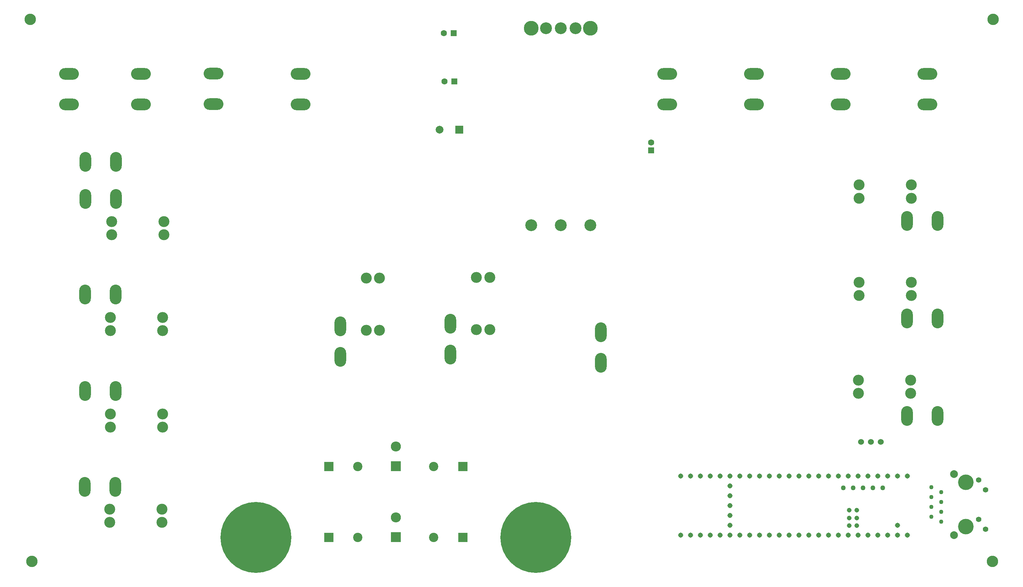
<source format=gbs>
G04 #@! TF.GenerationSoftware,KiCad,Pcbnew,(6.0.6)*
G04 #@! TF.CreationDate,2023-04-22T01:10:45-05:00*
G04 #@! TF.ProjectId,2023 Powerboard,32303233-2050-46f7-9765-72626f617264,rev?*
G04 #@! TF.SameCoordinates,Original*
G04 #@! TF.FileFunction,Soldermask,Bot*
G04 #@! TF.FilePolarity,Negative*
%FSLAX46Y46*%
G04 Gerber Fmt 4.6, Leading zero omitted, Abs format (unit mm)*
G04 Created by KiCad (PCBNEW (6.0.6)) date 2023-04-22 01:10:45*
%MOMM*%
%LPD*%
G01*
G04 APERTURE LIST*
%ADD10R,2.600000X2.600000*%
%ADD11O,2.600000X2.600000*%
%ADD12R,2.400000X2.400000*%
%ADD13C,2.400000*%
%ADD14O,3.000000X5.100000*%
%ADD15C,2.946400*%
%ADD16C,3.048000*%
%ADD17C,3.810000*%
%ADD18C,2.819400*%
%ADD19R,1.600000X1.600000*%
%ADD20C,1.600000*%
%ADD21C,18.288000*%
%ADD22R,2.000000X2.000000*%
%ADD23C,2.000000*%
%ADD24C,1.308000*%
%ADD25C,1.258000*%
%ADD26C,1.208000*%
%ADD27C,1.524000*%
%ADD28C,1.100000*%
%ADD29C,1.400000*%
%ADD30C,4.000000*%
%ADD31O,5.100000X3.000000*%
G04 APERTURE END LIST*
D10*
X114554000Y-168295000D03*
D11*
X114554000Y-163215000D03*
D12*
X97282000Y-168402000D03*
D13*
X104782000Y-168402000D03*
D14*
X100267500Y-113906000D03*
X100267500Y-121806000D03*
D15*
X20745580Y-174580420D03*
D16*
X149479000Y-87884000D03*
X157099000Y-87884000D03*
X164719000Y-87884000D03*
D17*
X164719000Y-37084000D03*
D16*
X160909000Y-37084000D03*
X157099000Y-37084000D03*
X153289000Y-37084000D03*
D17*
X149479000Y-37084000D03*
D18*
X233934100Y-80875900D03*
X233934100Y-77446900D03*
X247396100Y-80875900D03*
X247396100Y-77446900D03*
D15*
X268478000Y-34798000D03*
D18*
X54451500Y-136514800D03*
X54451500Y-139943800D03*
X40989500Y-139943800D03*
X40989500Y-136514800D03*
X233840900Y-131218700D03*
X233840900Y-127789700D03*
X247302900Y-127789700D03*
X247302900Y-131218700D03*
X54832500Y-86894000D03*
X54832500Y-90323000D03*
X41370500Y-86894000D03*
X41370500Y-90323000D03*
D12*
X97282000Y-150114000D03*
D13*
X104782000Y-150114000D03*
D18*
X233942500Y-102542100D03*
X233942500Y-105971100D03*
X247404500Y-105971100D03*
X247404500Y-102542100D03*
D19*
X180340000Y-68519113D03*
D20*
X180340000Y-66519113D03*
D21*
X78486000Y-168402000D03*
D12*
X131826000Y-168402000D03*
D13*
X124326000Y-168402000D03*
D14*
X128658300Y-113279500D03*
X128658300Y-121179500D03*
D15*
X20320000Y-34798000D03*
D19*
X129641677Y-50800000D03*
D20*
X127141677Y-50800000D03*
D22*
X130891677Y-63246000D03*
D23*
X125891677Y-63246000D03*
D18*
X54503000Y-115062000D03*
X54503000Y-111633000D03*
X41041000Y-115062000D03*
X41041000Y-111633000D03*
D19*
X129489354Y-38354000D03*
D20*
X126989354Y-38354000D03*
D14*
X167446000Y-123330000D03*
X167446000Y-115430000D03*
D21*
X150622000Y-168402000D03*
D24*
X243840000Y-152540500D03*
X241300000Y-152540500D03*
X238760000Y-152540500D03*
X236220000Y-152540500D03*
X210820000Y-152540500D03*
X241300000Y-167780500D03*
X200660000Y-157620500D03*
X233680000Y-152540500D03*
X231140000Y-152540500D03*
D25*
X240030000Y-155590500D03*
D24*
X228600000Y-152540500D03*
X226060000Y-152540500D03*
X223520000Y-152540500D03*
X220980000Y-152540500D03*
X218440000Y-152540500D03*
X215900000Y-152540500D03*
X213360000Y-152540500D03*
X213360000Y-167780500D03*
X215900000Y-167780500D03*
X218440000Y-167780500D03*
X220980000Y-167780500D03*
X223520000Y-167780500D03*
X226060000Y-167780500D03*
X228600000Y-167780500D03*
X231140000Y-167780500D03*
X233680000Y-167780500D03*
X236220000Y-167780500D03*
X238760000Y-167780500D03*
X208280000Y-152540500D03*
X205740000Y-152540500D03*
X203200000Y-152540500D03*
X200660000Y-152540500D03*
X198120000Y-152540500D03*
X195580000Y-152540500D03*
X193040000Y-152540500D03*
X190500000Y-152540500D03*
X187960000Y-152540500D03*
X187960000Y-167780500D03*
X190500000Y-167780500D03*
X193040000Y-167780500D03*
X195580000Y-167780500D03*
X198120000Y-167780500D03*
X200660000Y-167780500D03*
X203200000Y-167780500D03*
X205740000Y-167780500D03*
X208280000Y-167780500D03*
D25*
X234950000Y-155590500D03*
X237490000Y-155590500D03*
D24*
X246380000Y-152540500D03*
X210820000Y-167780500D03*
X243840000Y-167780500D03*
X200660000Y-160160500D03*
D26*
X231410000Y-163330500D03*
X233410000Y-163330500D03*
D24*
X200660000Y-165240500D03*
X200660000Y-162700500D03*
D26*
X233410000Y-165330500D03*
X231410000Y-165330500D03*
X231410000Y-161330500D03*
X233410000Y-161330500D03*
D25*
X232410000Y-155590500D03*
X229870000Y-155590500D03*
D24*
X200660000Y-155080500D03*
X246380000Y-167780500D03*
X243840000Y-165240500D03*
D27*
X234442000Y-143764000D03*
X236982000Y-143764000D03*
X239522000Y-143764000D03*
D18*
X135359100Y-101333900D03*
X138788100Y-101333900D03*
X135359100Y-114795900D03*
X138788100Y-114795900D03*
D28*
X255163500Y-164338000D03*
X252623500Y-163068000D03*
X255163500Y-161798000D03*
X252623500Y-160528000D03*
X255163500Y-159258000D03*
X252623500Y-157988000D03*
X255163500Y-156718000D03*
X252623500Y-155448000D03*
D29*
X266593500Y-166218000D03*
X264803500Y-163678000D03*
X266593500Y-156108000D03*
X264803500Y-153568000D03*
D30*
X261513500Y-165608000D03*
X261513500Y-154178000D03*
D23*
X258463500Y-152018000D03*
X258463500Y-167768000D03*
D12*
X131826000Y-150114000D03*
D13*
X124326000Y-150114000D03*
D15*
X268306420Y-174580420D03*
D10*
X114554000Y-150007000D03*
D11*
X114554000Y-144927000D03*
D18*
X54324500Y-161062000D03*
X54324500Y-164491000D03*
X40862500Y-164491000D03*
X40862500Y-161062000D03*
X110396200Y-101441000D03*
X106967200Y-101441000D03*
X110396200Y-114903000D03*
X106967200Y-114903000D03*
D14*
X246300300Y-137075900D03*
X254174300Y-137075900D03*
X246300300Y-111929900D03*
X254174300Y-111929900D03*
D31*
X67564000Y-56596000D03*
X67564000Y-48722000D03*
D14*
X42289700Y-155293900D03*
X34415700Y-155293900D03*
D31*
X48907700Y-56691500D03*
X48907700Y-48817500D03*
X251599700Y-56691500D03*
X251599700Y-48817500D03*
D14*
X42334400Y-130571200D03*
X34460400Y-130571200D03*
X42340500Y-105732500D03*
X34466500Y-105732500D03*
X42467500Y-81052000D03*
X34593500Y-81052000D03*
D31*
X206895700Y-56691500D03*
X206895700Y-48817500D03*
X30365700Y-56691500D03*
X30365700Y-48817500D03*
X229247700Y-56691500D03*
X229247700Y-48817500D03*
D14*
X42467500Y-71488300D03*
X34593500Y-71488300D03*
D31*
X90055700Y-56691500D03*
X90055700Y-48817500D03*
X184543700Y-56691500D03*
X184543700Y-48817500D03*
D14*
X246321500Y-86783900D03*
X254195500Y-86783900D03*
M02*

</source>
